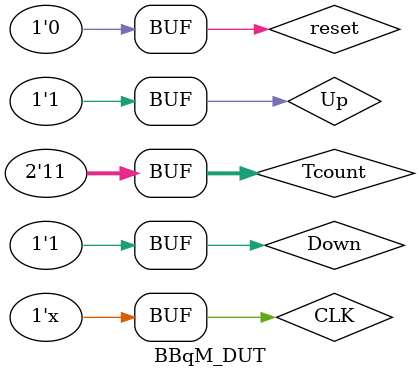
<source format=v>
module BBqM ( Up , Down , CLK , reset , Tcount , Empty_Flag , Full_Flag , Alarm_Flag , led0_Pcount , led1_Pcount , led0_Wtime , led1_Wtime ) ;
// -------------------------- Inputs Declarations ---------------------------- //
input Up , Down , CLK , reset ;
input [1:0] Tcount ; 
// ------------------------- Outputs Declarations ---------------------------- //
output Empty_Flag , Full_Flag , Alarm_Flag ;
output [6:0]led0_Pcount , led1_Pcount ;
output [6:0]led0_Wtime , led1_Wtime ;
// --------------------------- Wire Declarations ----------------------------- //
wire [2:0] Pcount;
wire [4:0]address ;
wire [4:0] wtime;
//Counter takes the input from Push buttons to calculate Pcount and Handling flags 
Counter COUNTER ( Up , Down , CLK , reset , Pcount , Empty_Flag , Full_Flag , Alarm_Flag ) ;
//ROM is a storage full of all Wtime in 32 (possible) cases 
assign address={ Tcount , Pcount };
ROM Rom (  address  , wtime ) ;
//Display Takes Pcount and Wtime and Convert them from BCD to 7Seg.code 
Display DISPLAY ( Pcount , wtime , led0_Pcount , led1_Pcount , led0_Wtime , led1_Wtime ) ;

endmodule
// ----------------------------- End of File --------------------------------- //
// --------------------------------------------------------------------------- //
module BBqM_DUT();
  
  reg Up , Down , CLK , reset ;
reg [1:0] Tcount ; 
// ------------------------- Outputs Declarations ---------------------------- //
wire Empty_Flag , Full_Flag , Alarm_Flag ;
wire [6:0]led0_Pcount , led1_Pcount ;
wire [6:0]led0_Wtime , led1_Wtime ;
  initial 
   begin
     reset<=1;
     #5 reset<=0;
     CLK<=0;
     Tcount<=0; Up<=0; Down<=0; #800; 
     Tcount<=0; Up<=1; Down<=0; #800; 
     Tcount<=0; Up<=0; Down<=1; #800; 
     Tcount<=0; Up<=1; Down<=1; #800; 
   
     Tcount<=1; Up<=0; Down<=0; #800; 
     Tcount<=1; Up<=1; Down<=0; #800; 
     Tcount<=1; Up<=0; Down<=1; #800; 
     Tcount<=1; Up<=1; Down<=1; #800;
   
     Tcount<=2; Up<=0; Down<=0; #800; 
     Tcount<=2; Up<=1; Down<=0; #800; 
     Tcount<=2; Up<=0; Down<=1; #800; 
     Tcount<=2; Up<=1; Down<=1; #800;
     
     Tcount<=3; Up<=0; Down<=0; #800; 
     Tcount<=3; Up<=1; Down<=0; #800; 
     Tcount<=3; Up<=0; Down<=1; #800; 
     Tcount<=3; Up<=1; Down<=1; #800;
   end
 always 
  begin
    CLK=~CLK;#50;
  end

  
  BBqM bb( Up , Down , CLK , reset , Tcount , Empty_Flag , Full_Flag , Alarm_Flag , led0_Pcount , led1_Pcount , led0_Wtime , led1_Wtime ) ;
endmodule
</source>
